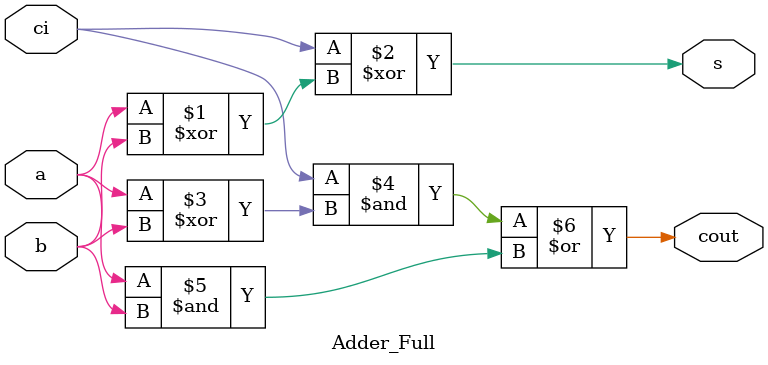
<source format=v>
module Adder_Full( a, b, ci, s, cout );
    input a, b, ci;
    output s, cout;
    
    assign s = ci ^ (a ^ b);
    assign cout = (ci & (a ^ b)) | (a & b);
    
endmodule
</source>
